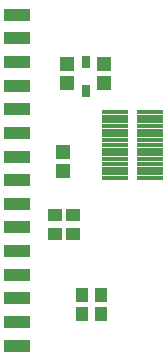
<source format=gts>
%FSLAX25Y25*%
%MOIN*%
G70*
G01*
G75*
G04 Layer_Color=8388736*
%ADD10R,0.07874X0.03150*%
%ADD11R,0.03937X0.03740*%
%ADD12R,0.02362X0.03150*%
%ADD13R,0.07874X0.00787*%
%ADD14R,0.03937X0.03543*%
%ADD15R,0.03543X0.03937*%
%ADD16C,0.00800*%
%ADD17C,0.02000*%
%ADD18C,0.02600*%
%ADD19C,0.04000*%
%ADD20C,0.03200*%
%ADD21C,0.01000*%
%ADD22C,0.01181*%
%ADD23C,0.00787*%
%ADD24C,0.00394*%
%ADD25R,0.22047X0.02362*%
%ADD26R,0.08674X0.03950*%
%ADD27R,0.04737X0.04540*%
%ADD28R,0.03162X0.03950*%
%ADD29R,0.08674X0.01587*%
%ADD30R,0.04737X0.04343*%
%ADD31R,0.04343X0.04737*%
D26*
X447500Y392362D02*
D03*
Y384488D02*
D03*
Y290000D02*
D03*
Y297874D02*
D03*
Y305748D02*
D03*
Y313622D02*
D03*
Y321496D02*
D03*
Y329370D02*
D03*
Y337244D02*
D03*
Y345118D02*
D03*
Y352992D02*
D03*
Y360866D02*
D03*
Y368740D02*
D03*
Y376614D02*
D03*
Y400236D02*
D03*
D27*
X464100Y383850D02*
D03*
Y377550D02*
D03*
X476400Y377450D02*
D03*
Y383750D02*
D03*
X462700Y348150D02*
D03*
Y354450D02*
D03*
D28*
X470400Y374800D02*
D03*
Y384643D02*
D03*
D29*
X480012Y345831D02*
D03*
X491823D02*
D03*
X480012Y347406D02*
D03*
X491823D02*
D03*
X480012Y348980D02*
D03*
X491823D02*
D03*
X480012Y350555D02*
D03*
X491823D02*
D03*
X480012Y352130D02*
D03*
X491823D02*
D03*
X480012Y353705D02*
D03*
X491823D02*
D03*
X480012Y355279D02*
D03*
X491823D02*
D03*
X480012Y356854D02*
D03*
X491823D02*
D03*
X480012Y358429D02*
D03*
X491823D02*
D03*
X480012Y360004D02*
D03*
X491823D02*
D03*
X480012Y361579D02*
D03*
X491823D02*
D03*
X480012Y363154D02*
D03*
X491823D02*
D03*
X480012Y364728D02*
D03*
X491823D02*
D03*
X480012Y366303D02*
D03*
Y367878D02*
D03*
X491823Y366303D02*
D03*
Y367878D02*
D03*
D30*
X466200Y327150D02*
D03*
Y333450D02*
D03*
X460200Y327150D02*
D03*
Y333450D02*
D03*
D31*
X469050Y306700D02*
D03*
X475350D02*
D03*
X469050Y300400D02*
D03*
X475350D02*
D03*
M02*

</source>
